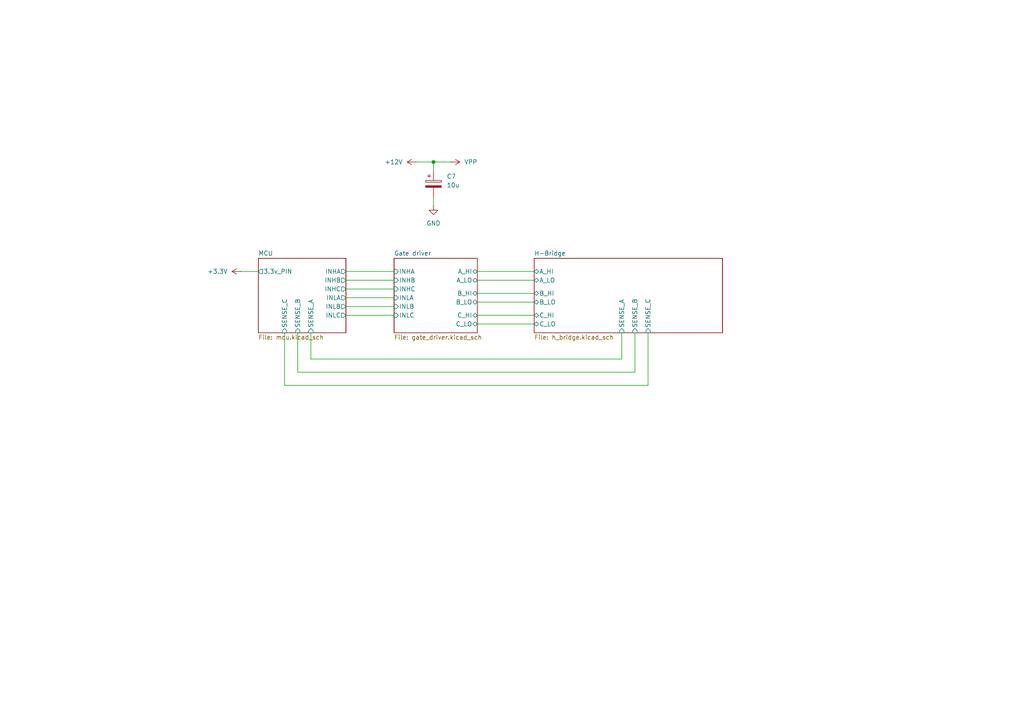
<source format=kicad_sch>
(kicad_sch (version 20250114) (generator "eeschema") (generator_version "9.0")
  (paper "A4")
  (title_block (title "BLDC Motor Controller") (rev "0"))
  (lib_symbols
    (symbol "Device:C_Polarized" (pin_numbers (hide yes)) (pin_names (offset 0.254))
      (property "Reference" "C" (at 0.635 2.54 0))
      (property "Value" "C_Polarized" (at 0.635 -2.54 0))
      (symbol "C_Polarized_0_1"
        (rectangle (start -2.286 0.508) (end 2.286 1.016))
        (polyline (pts (xy -1.778 2.286) (xy -0.762 2.286)))
        (polyline (pts (xy -1.27 2.794) (xy -1.27 1.778)))
        (rectangle (start 2.286 -0.508) (end -2.286 -1.016) (fill (type outline)))
      )
      (symbol "C_Polarized_1_1"
        (pin passive line (at 0 3.81 270) (length 2.794) (name "~") (number "1"))
        (pin passive line (at 0 -3.81 90) (length 2.794) (name "~") (number "2"))
      )
    )
    (symbol "power:+12V" (power) (pin_numbers (hide yes)) (pin_names (offset 0) (hide yes))
      (property "Value" "+12V" (at 0 3.556 0))
      (symbol "+12V_0_1"
        (polyline (pts (xy -0.762 1.27) (xy 0 2.54)))
        (polyline (pts (xy 0 2.54) (xy 0.762 1.27)))
        (polyline (pts (xy 0 0) (xy 0 2.54)))
      )
      (symbol "+12V_1_1"
        (pin power_in line (at 0 0 90) (length 0) (name "~") (number "1"))
      )
    )
    (symbol "power:+3.3V" (power) (pin_numbers (hide yes)) (pin_names (offset 0) (hide yes))
      (property "Value" "+3.3V" (at 0 3.556 0))
      (symbol "+3.3V_0_1"
        (polyline (pts (xy -0.762 1.27) (xy 0 2.54)))
        (polyline (pts (xy 0 2.54) (xy 0.762 1.27)))
        (polyline (pts (xy 0 0) (xy 0 2.54)))
      )
      (symbol "+3.3V_1_1"
        (pin power_in line (at 0 0 90) (length 0) (name "~") (number "1"))
      )
    )
    (symbol "power:GND" (power) (pin_numbers (hide yes)) (pin_names (offset 0) (hide yes))
      (property "Value" "GND" (at 0 -3.81 0))
      (symbol "GND_0_1"
        (polyline (pts (xy 0 0) (xy 0 -1.27) (xy 1.27 -1.27) (xy 0 -2.54) (xy -1.27 -1.27) (xy 0 -1.27)))
      )
      (symbol "GND_1_1"
        (pin power_in line (at 0 0 270) (length 0) (name "~") (number "1"))
      )
    )
    (symbol "power:VPP" (power) (pin_numbers (hide yes)) (pin_names (offset 0) (hide yes))
      (property "Value" "VPP" (at 0 3.556 0))
      (symbol "VPP_0_1"
        (polyline (pts (xy -0.762 1.27) (xy 0 2.54)))
        (polyline (pts (xy 0 2.54) (xy 0.762 1.27)))
        (polyline (pts (xy 0 0) (xy 0 2.54)))
      )
      (symbol "VPP_1_1"
        (pin power_in line (at 0 0 90) (length 0) (name "~") (number "1"))
      )
    )
  )
  (junction (at 125.73 46.99))
  (wire (pts (xy 125.73 46.99) (xy 125.73 49.53)))
  (wire (pts (xy 86.36 107.95) (xy 86.36 96.52)))
  (wire (pts (xy 184.15 107.95) (xy 86.36 107.95)))
  (wire (pts (xy 100.33 88.9) (xy 114.3 88.9)))
  (wire (pts (xy 180.34 96.52) (xy 180.34 104.14)))
  (wire (pts (xy 69.85 78.74) (xy 74.93 78.74)))
  (wire (pts (xy 82.55 111.76) (xy 82.55 96.52)))
  (wire (pts (xy 100.33 86.36) (xy 114.3 86.36)))
  (wire (pts (xy 138.43 93.98) (xy 154.94 93.98)))
  (wire (pts (xy 125.73 46.99) (xy 130.81 46.99)))
  (wire (pts (xy 187.96 96.52) (xy 187.96 111.76)))
  (wire (pts (xy 138.43 78.74) (xy 154.94 78.74)))
  (wire (pts (xy 138.43 87.63) (xy 154.94 87.63)))
  (wire (pts (xy 138.43 85.09) (xy 154.94 85.09)))
  (wire (pts (xy 180.34 104.14) (xy 90.17 104.14)))
  (wire (pts (xy 100.33 81.28) (xy 114.3 81.28)))
  (wire (pts (xy 90.17 104.14) (xy 90.17 96.52)))
  (wire (pts (xy 184.15 96.52) (xy 184.15 107.95)))
  (wire (pts (xy 138.43 81.28) (xy 154.94 81.28)))
  (wire (pts (xy 100.33 83.82) (xy 114.3 83.82)))
  (wire (pts (xy 138.43 91.44) (xy 154.94 91.44)))
  (wire (pts (xy 125.73 57.15) (xy 125.73 59.69)))
  (wire (pts (xy 100.33 78.74) (xy 114.3 78.74)))
  (wire (pts (xy 125.73 46.99) (xy 120.65 46.99)))
  (wire (pts (xy 100.33 91.44) (xy 114.3 91.44)))
  (wire (pts (xy 187.96 111.76) (xy 82.55 111.76)))
  (symbol (lib_id "power:+12V") (at 120.65 46.99 90) (unit 1)
    (property "Reference" "#PWR09" (effects (hide yes)))
    (property "Value" "+12V" (at 116.84 46.9899 90) (effects (justify left)))
    (property "Description" "Power symbol creates a global label with name \"+12V\"" (effects (hide yes)))
  )
  (symbol (lib_id "power:+3.3V") (at 69.85 78.74 90) (unit 1)
    (property "Reference" "#PWR026" (effects (hide yes)))
    (property "Value" "+3.3V" (at 66.04 78.7399 90) (effects (justify left)))
    (property "Description" "Power symbol creates a global label with name \"+3.3V\"" (effects (hide yes)))
  )
  (symbol (lib_id "power:GND") (at 125.73 59.69 0) (unit 1)
    (property "Reference" "#PWR014" (effects (hide yes)))
    (property "Value" "GND" (at 125.73 64.77 0))
    (property "Description" "Power symbol creates a global label with name \"GND\" , ground" (effects (hide yes)))
  )
  (symbol (lib_id "power:VPP") (at 130.81 46.99 270) (unit 1)
    (property "Reference" "#PWR010" (effects (hide yes)))
    (property "Value" "VPP" (at 134.62 46.9899 90) (effects (justify left)))
    (property "Description" "Power symbol creates a global label with name \"VPP\"" (effects (hide yes)))
  )
  (symbol (lib_id "Device:C_Polarized") (at 125.73 53.34 0) (unit 1)
    (property "Reference" "C7" (at 129.54 51.1809 0) (effects (justify left)))
    (property "Value" "10u" (at 129.54 53.7209 0) (effects (justify left)))
    (property "Description" "Polarized capacitor" (effects (hide yes)))
  )
  (sheet (at 114.3 74.93) (size 24.13 21.59) (stroke (width 0.1524))
    (property "Sheetname" "Gate driver" (at 114.3 74.2184 0) (effects (justify left bottom)))
    (property "Sheetfile" "gate_driver.kicad_sch" (at 114.3 97.1046 0) (effects (justify left top)))
    (pin "A_HI" bidirectional (at 138.43 78.74 0))
    (pin "A_LO" bidirectional (at 138.43 81.28 0))
    (pin "B_HI" bidirectional (at 138.43 85.09 0))
    (pin "B_LO" bidirectional (at 138.43 87.63 0))
    (pin "C_HI" bidirectional (at 138.43 91.44 0))
    (pin "C_LO" bidirectional (at 138.43 93.98 0))
    (pin "INHA" input (at 114.3 78.74 180))
    (pin "INHB" input (at 114.3 81.28 180))
    (pin "INHC" input (at 114.3 83.82 180))
    (pin "INLA" input (at 114.3 86.36 180))
    (pin "INLB" input (at 114.3 88.9 180))
    (pin "INLC" input (at 114.3 91.44 180))
  )
  (sheet (at 74.93 74.93) (size 25.4 21.59) (stroke (width 0.1524))
    (property "Sheetname" "MCU" (at 74.93 74.2184 0) (effects (justify left bottom)))
    (property "Sheetfile" "mcu.kicad_sch" (at 74.93 97.1046 0) (effects (justify left top)))
    (pin "INHA" output (at 100.33 78.74 0))
    (pin "INHB" output (at 100.33 81.28 0))
    (pin "INHC" output (at 100.33 83.82 0))
    (pin "INLA" output (at 100.33 86.36 0))
    (pin "INLB" output (at 100.33 88.9 0))
    (pin "INLC" output (at 100.33 91.44 0))
    (pin "3.3v_PIN" output (at 74.93 78.74 180))
    (pin "SENSE_A" input (at 90.17 96.52 270))
    (pin "SENSE_B" input (at 86.36 96.52 270))
    (pin "SENSE_C" input (at 82.55 96.52 270))
  )
  (sheet (at 154.94 74.93) (size 54.61 21.59) (stroke (width 0.1524))
    (property "Sheetname" "H-Bridge" (at 154.94 74.2184 0) (effects (justify left bottom)))
    (property "Sheetfile" "h_bridge.kicad_sch" (at 154.94 97.1046 0) (effects (justify left top)))
    (pin "A_HI" bidirectional (at 154.94 78.74 180))
    (pin "A_LO" bidirectional (at 154.94 81.28 180))
    (pin "B_HI" bidirectional (at 154.94 85.09 180))
    (pin "B_LO" bidirectional (at 154.94 87.63 180))
    (pin "C_HI" bidirectional (at 154.94 91.44 180))
    (pin "C_LO" bidirectional (at 154.94 93.98 180))
    (pin "SENSE_A" input (at 180.34 96.52 270))
    (pin "SENSE_B" input (at 184.15 96.52 270))
    (pin "SENSE_C" input (at 187.96 96.52 270))
  )
)
</source>
